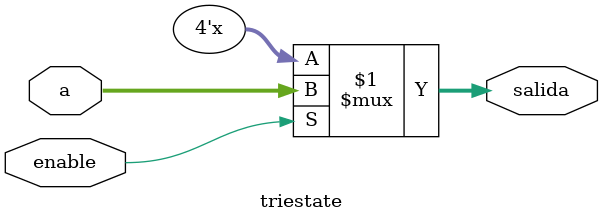
<source format=v>
module triestate(a,enable,salida);

input wire [3:0] a;
input wire enable;
output reg [3:0] salida;

assign salida = enable ? a : 4'bz;
endmodule

</source>
